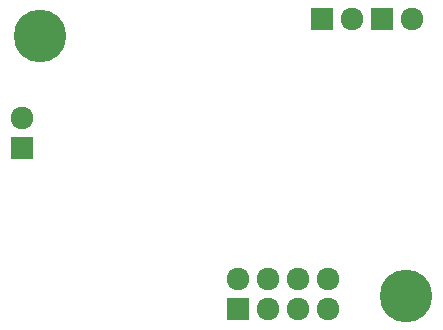
<source format=gbs>
G04 (created by PCBNEW (2013-07-07 BZR 4022)-stable) date 09/12/2013 14:31:15*
%MOIN*%
G04 Gerber Fmt 3.4, Leading zero omitted, Abs format*
%FSLAX34Y34*%
G01*
G70*
G90*
G04 APERTURE LIST*
%ADD10C,0.00393701*%
%ADD11R,0.075748X0.075748*%
%ADD12C,0.075748*%
%ADD13C,0.175748*%
G04 APERTURE END LIST*
G54D10*
G54D11*
X34150Y-18550D03*
G54D12*
X34150Y-17550D03*
X35150Y-18550D03*
X35150Y-17550D03*
X36150Y-18550D03*
X36150Y-17550D03*
X37150Y-18550D03*
X37150Y-17550D03*
G54D11*
X38950Y-8900D03*
G54D12*
X39950Y-8900D03*
G54D11*
X36950Y-8900D03*
G54D12*
X37950Y-8900D03*
G54D11*
X26950Y-13200D03*
G54D12*
X26950Y-12200D03*
G54D13*
X39763Y-18110D03*
X27559Y-9448D03*
M02*

</source>
